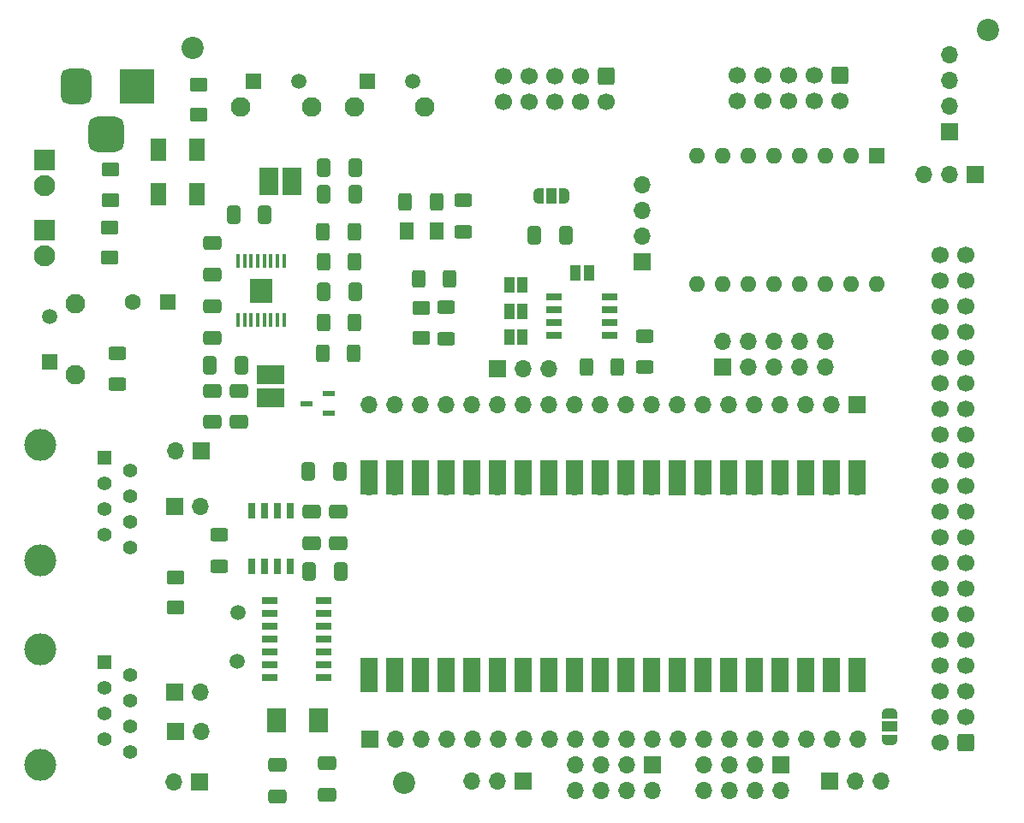
<source format=gts>
%TF.GenerationSoftware,KiCad,Pcbnew,8.0.5*%
%TF.CreationDate,2024-12-19T23:12:18-05:00*%
%TF.ProjectId,LCC-Pico-Stepper_v2_4,4c43432d-5069-4636-9f2d-537465707065,rev?*%
%TF.SameCoordinates,Original*%
%TF.FileFunction,Soldermask,Top*%
%TF.FilePolarity,Negative*%
%FSLAX46Y46*%
G04 Gerber Fmt 4.6, Leading zero omitted, Abs format (unit mm)*
G04 Created by KiCad (PCBNEW 8.0.5) date 2024-12-19 23:12:18*
%MOMM*%
%LPD*%
G01*
G04 APERTURE LIST*
G04 Aperture macros list*
%AMRoundRect*
0 Rectangle with rounded corners*
0 $1 Rounding radius*
0 $2 $3 $4 $5 $6 $7 $8 $9 X,Y pos of 4 corners*
0 Add a 4 corners polygon primitive as box body*
4,1,4,$2,$3,$4,$5,$6,$7,$8,$9,$2,$3,0*
0 Add four circle primitives for the rounded corners*
1,1,$1+$1,$2,$3*
1,1,$1+$1,$4,$5*
1,1,$1+$1,$6,$7*
1,1,$1+$1,$8,$9*
0 Add four rect primitives between the rounded corners*
20,1,$1+$1,$2,$3,$4,$5,0*
20,1,$1+$1,$4,$5,$6,$7,0*
20,1,$1+$1,$6,$7,$8,$9,0*
20,1,$1+$1,$8,$9,$2,$3,0*%
%AMFreePoly0*
4,1,19,0.550000,-0.750000,0.000000,-0.750000,0.000000,-0.744911,-0.071157,-0.744911,-0.207708,-0.704816,-0.327430,-0.627875,-0.420627,-0.520320,-0.479746,-0.390866,-0.500000,-0.250000,-0.500000,0.250000,-0.479746,0.390866,-0.420627,0.520320,-0.327430,0.627875,-0.207708,0.704816,-0.071157,0.744911,0.000000,0.744911,0.000000,0.750000,0.550000,0.750000,0.550000,-0.750000,0.550000,-0.750000,
$1*%
%AMFreePoly1*
4,1,19,0.000000,0.744911,0.071157,0.744911,0.207708,0.704816,0.327430,0.627875,0.420627,0.520320,0.479746,0.390866,0.500000,0.250000,0.500000,-0.250000,0.479746,-0.390866,0.420627,-0.520320,0.327430,-0.627875,0.207708,-0.704816,0.071157,-0.744911,0.000000,-0.744911,0.000000,-0.750000,-0.550000,-0.750000,-0.550000,0.750000,0.000000,0.750000,0.000000,0.744911,0.000000,0.744911,
$1*%
G04 Aperture macros list end*
%ADD10C,3.170000*%
%ADD11R,1.400000X1.400000*%
%ADD12C,1.400000*%
%ADD13RoundRect,0.250000X0.400000X0.625000X-0.400000X0.625000X-0.400000X-0.625000X0.400000X-0.625000X0*%
%ADD14R,1.700000X1.700000*%
%ADD15O,1.700000X1.700000*%
%ADD16R,1.150000X0.600000*%
%ADD17RoundRect,0.250001X0.624999X-0.462499X0.624999X0.462499X-0.624999X0.462499X-0.624999X-0.462499X0*%
%ADD18RoundRect,0.250000X-0.400000X-0.625000X0.400000X-0.625000X0.400000X0.625000X-0.400000X0.625000X0*%
%ADD19R,1.600000X1.600000*%
%ADD20O,1.600000X1.600000*%
%ADD21R,1.700000X3.500000*%
%ADD22FreePoly0,270.000000*%
%ADD23R,1.500000X1.000000*%
%ADD24FreePoly1,270.000000*%
%ADD25FreePoly0,180.000000*%
%ADD26R,1.000000X1.500000*%
%ADD27FreePoly1,180.000000*%
%ADD28RoundRect,0.250000X-0.412500X-0.650000X0.412500X-0.650000X0.412500X0.650000X-0.412500X0.650000X0*%
%ADD29R,0.700000X1.550000*%
%ADD30C,1.600000*%
%ADD31RoundRect,0.250000X0.625000X-0.400000X0.625000X0.400000X-0.625000X0.400000X-0.625000X-0.400000X0*%
%ADD32R,1.500000X1.500000*%
%ADD33C,1.500000*%
%ADD34C,1.950000*%
%ADD35R,2.800000X1.850000*%
%ADD36RoundRect,0.250000X0.412500X0.650000X-0.412500X0.650000X-0.412500X-0.650000X0.412500X-0.650000X0*%
%ADD37RoundRect,0.250000X-0.600000X0.600000X-0.600000X-0.600000X0.600000X-0.600000X0.600000X0.600000X0*%
%ADD38C,1.700000*%
%ADD39RoundRect,0.250000X0.650000X-0.412500X0.650000X0.412500X-0.650000X0.412500X-0.650000X-0.412500X0*%
%ADD40R,2.100000X2.100000*%
%ADD41C,2.100000*%
%ADD42RoundRect,0.250000X-0.625000X0.400000X-0.625000X-0.400000X0.625000X-0.400000X0.625000X0.400000X0*%
%ADD43R,1.500000X0.700000*%
%ADD44C,2.200000*%
%ADD45R,1.500000X0.650000*%
%ADD46RoundRect,0.250001X-0.624999X0.462499X-0.624999X-0.462499X0.624999X-0.462499X0.624999X0.462499X0*%
%ADD47R,1.900000X2.400000*%
%ADD48RoundRect,0.250000X-0.650000X0.412500X-0.650000X-0.412500X0.650000X-0.412500X0.650000X0.412500X0*%
%ADD49R,1.850000X2.800000*%
%ADD50R,1.600000X2.300000*%
%ADD51R,0.450000X1.475000*%
%ADD52R,2.310000X2.460000*%
%ADD53RoundRect,0.250000X0.600000X0.600000X-0.600000X0.600000X-0.600000X-0.600000X0.600000X-0.600000X0*%
%ADD54R,3.500000X3.500000*%
%ADD55RoundRect,0.750000X-0.750000X-1.000000X0.750000X-1.000000X0.750000X1.000000X-0.750000X1.000000X0*%
%ADD56RoundRect,0.875000X-0.875000X-0.875000X0.875000X-0.875000X0.875000X0.875000X-0.875000X0.875000X0*%
%ADD57RoundRect,0.250001X-0.462499X-0.624999X0.462499X-0.624999X0.462499X0.624999X-0.462499X0.624999X0*%
G04 APERTURE END LIST*
D10*
X104360000Y-113640000D03*
X104360000Y-125070000D03*
D11*
X110710000Y-114910000D03*
D12*
X113250000Y-116180000D03*
X110710000Y-117450000D03*
X113250000Y-118720000D03*
X110710000Y-119990000D03*
X113250000Y-121260000D03*
X110710000Y-122530000D03*
X113250000Y-123800000D03*
D13*
X135370000Y-84402000D03*
X132270000Y-84402000D03*
D10*
X104360000Y-93440000D03*
X104360000Y-104870000D03*
D11*
X110710000Y-94710000D03*
D12*
X113250000Y-95980000D03*
X110710000Y-97250000D03*
X113250000Y-98520000D03*
X110710000Y-99790000D03*
X113250000Y-101060000D03*
X110710000Y-102330000D03*
X113250000Y-103600000D03*
D14*
X117700000Y-121800000D03*
D15*
X120240000Y-121800000D03*
D16*
X132900000Y-90300000D03*
X132900000Y-88380000D03*
X130700000Y-89340000D03*
D17*
X120000000Y-60787500D03*
X120000000Y-57812500D03*
D18*
X132350000Y-75307000D03*
X135450000Y-75307000D03*
D19*
X187096400Y-64830800D03*
D20*
X184556400Y-64830800D03*
X182016400Y-64830800D03*
X179476400Y-64830800D03*
X176936400Y-64830800D03*
X174396400Y-64830800D03*
X171856400Y-64830800D03*
X169316400Y-64830800D03*
X169316400Y-77530800D03*
X171856400Y-77530800D03*
X174396400Y-77530800D03*
X176936400Y-77530800D03*
X179476400Y-77530800D03*
X182016400Y-77530800D03*
X184556400Y-77530800D03*
X187096400Y-77530800D03*
D14*
X185130601Y-89505095D03*
D15*
X182590601Y-89505095D03*
X180050601Y-89505095D03*
X177510601Y-89505095D03*
X174970601Y-89505095D03*
X172430601Y-89505095D03*
X169890601Y-89505095D03*
X167350601Y-89505095D03*
X164810601Y-89505095D03*
X162270601Y-89505095D03*
X159730601Y-89505095D03*
X157190601Y-89505095D03*
X154650601Y-89505095D03*
X152110601Y-89505095D03*
X149570601Y-89505095D03*
X147030601Y-89505095D03*
X144490601Y-89505095D03*
X141950601Y-89505095D03*
X139410601Y-89505095D03*
X136870601Y-89505095D03*
D14*
X196824600Y-66649600D03*
D15*
X194284600Y-66649600D03*
X191744600Y-66649600D03*
D13*
X135407500Y-72329500D03*
X132307500Y-72329500D03*
D14*
X171810600Y-85755400D03*
D15*
X171810600Y-83215400D03*
X174350600Y-85755400D03*
X174350600Y-83215400D03*
X176890600Y-85755400D03*
X176890600Y-83215400D03*
X179430600Y-85755400D03*
X179430600Y-83215400D03*
X181970600Y-85755400D03*
X181970600Y-83215400D03*
D14*
X194300000Y-62423200D03*
D15*
X194300000Y-59883200D03*
X194300000Y-57343200D03*
X194300000Y-54803200D03*
D14*
X163830000Y-75285600D03*
D15*
X163830000Y-72745600D03*
X163830000Y-70205600D03*
X163830000Y-67665600D03*
X136855200Y-115337150D03*
D21*
X136855200Y-116237150D03*
D15*
X139395200Y-115337150D03*
D21*
X139395200Y-116237150D03*
D14*
X141935200Y-115337150D03*
D21*
X141935200Y-116237150D03*
D15*
X144475200Y-115337150D03*
D21*
X144475200Y-116237150D03*
D15*
X147015200Y-115337150D03*
D21*
X147015200Y-116237150D03*
D15*
X149555200Y-115337150D03*
D21*
X149555200Y-116237150D03*
D15*
X152095200Y-115337150D03*
D21*
X152095200Y-116237150D03*
D14*
X154635200Y-115337150D03*
D21*
X154635200Y-116237150D03*
D15*
X157175200Y-115337150D03*
D21*
X157175200Y-116237150D03*
D15*
X159715200Y-115337150D03*
D21*
X159715200Y-116237150D03*
D15*
X162255200Y-115337150D03*
D21*
X162255200Y-116237150D03*
D15*
X164795200Y-115337150D03*
D21*
X164795200Y-116237150D03*
D14*
X167335200Y-115337150D03*
D21*
X167335200Y-116237150D03*
D15*
X169875200Y-115337150D03*
D21*
X169875200Y-116237150D03*
D15*
X172415200Y-115337150D03*
D21*
X172415200Y-116237150D03*
D15*
X174955200Y-115337150D03*
D21*
X174955200Y-116237150D03*
D15*
X177495200Y-115337150D03*
D21*
X177495200Y-116237150D03*
D14*
X180035200Y-115337150D03*
D21*
X180035200Y-116237150D03*
D15*
X182575200Y-115337150D03*
D21*
X182575200Y-116237150D03*
D15*
X185115200Y-115337150D03*
D21*
X185115200Y-116237150D03*
D15*
X185115200Y-97557150D03*
D21*
X185115200Y-96657150D03*
D15*
X182575200Y-97557150D03*
D21*
X182575200Y-96657150D03*
D14*
X180035200Y-97557150D03*
D21*
X180035200Y-96657150D03*
D15*
X177495200Y-97557150D03*
D21*
X177495200Y-96657150D03*
D15*
X174955200Y-97557150D03*
D21*
X174955200Y-96657150D03*
D15*
X172415200Y-97557150D03*
D21*
X172415200Y-96657150D03*
D15*
X169875200Y-97557150D03*
D21*
X169875200Y-96657150D03*
D14*
X167335200Y-97557150D03*
D21*
X167335200Y-96657150D03*
D15*
X164795200Y-97557150D03*
D21*
X164795200Y-96657150D03*
D15*
X162255200Y-97557150D03*
D21*
X162255200Y-96657150D03*
D15*
X159715200Y-97557150D03*
D21*
X159715200Y-96657150D03*
D15*
X157175200Y-97557150D03*
D21*
X157175200Y-96657150D03*
D14*
X154635200Y-97557150D03*
D21*
X154635200Y-96657150D03*
D15*
X152095200Y-97557150D03*
D21*
X152095200Y-96657150D03*
D15*
X149555200Y-97557150D03*
D21*
X149555200Y-96657150D03*
D15*
X147015200Y-97557150D03*
D21*
X147015200Y-96657150D03*
D15*
X144475200Y-97557150D03*
D21*
X144475200Y-96657150D03*
D14*
X141935200Y-97557150D03*
D21*
X141935200Y-96657150D03*
D15*
X139395200Y-97557150D03*
D21*
X139395200Y-96657150D03*
D15*
X136855200Y-97557150D03*
D21*
X136855200Y-96657150D03*
D22*
X188341000Y-120031200D03*
D23*
X188341000Y-121331200D03*
D24*
X188341000Y-122631200D03*
D25*
X156200000Y-68800000D03*
D26*
X154900000Y-68800000D03*
D27*
X153600000Y-68800000D03*
D28*
X130837500Y-96100000D03*
X133962500Y-96100000D03*
D18*
X132350000Y-81307000D03*
X135450000Y-81307000D03*
D29*
X125295000Y-105425000D03*
X126565000Y-105425000D03*
X127835000Y-105425000D03*
X129105000Y-105425000D03*
X129105000Y-99975000D03*
X127835000Y-99975000D03*
X126565000Y-99975000D03*
X125295000Y-99975000D03*
D14*
X117660000Y-99500000D03*
D15*
X120200000Y-99500000D03*
D28*
X132337500Y-65985000D03*
X135462500Y-65985000D03*
D19*
X116952651Y-79300000D03*
D30*
X113452651Y-79300000D03*
D31*
X122000000Y-105450000D03*
X122000000Y-102350000D03*
D13*
X144850000Y-77000000D03*
X141750000Y-77000000D03*
D32*
X136650000Y-57475000D03*
D33*
X141150000Y-57475000D03*
D34*
X135400000Y-59975000D03*
X142400000Y-59975000D03*
D17*
X142000000Y-82887500D03*
X142000000Y-79912500D03*
D14*
X164846000Y-125090750D03*
D15*
X164846000Y-127630750D03*
X162306000Y-125090750D03*
X162306000Y-127630750D03*
X159766000Y-125090750D03*
X159766000Y-127630750D03*
X157226000Y-125090750D03*
X157226000Y-127630750D03*
D31*
X146150000Y-72350000D03*
X146150000Y-69250000D03*
D35*
X127128500Y-88787000D03*
X127128500Y-86487000D03*
D36*
X124212500Y-85562000D03*
X121087500Y-85562000D03*
D37*
X183388000Y-56896000D03*
D38*
X183388000Y-59436000D03*
X180848000Y-56896000D03*
X180848000Y-59436000D03*
X178308000Y-56896000D03*
X178308000Y-59436000D03*
X175768000Y-56896000D03*
X175768000Y-59436000D03*
X173228000Y-56896000D03*
X173228000Y-59436000D03*
D32*
X105275000Y-85250000D03*
D33*
X105275000Y-80750000D03*
D34*
X107775000Y-86500000D03*
X107775000Y-79500000D03*
D18*
X140450000Y-69400000D03*
X143550000Y-69400000D03*
D39*
X133800000Y-103162500D03*
X133800000Y-100037500D03*
D28*
X123437500Y-70700000D03*
X126562500Y-70700000D03*
D40*
X104800000Y-65230000D03*
D41*
X104800000Y-67770000D03*
D42*
X144500000Y-79850000D03*
X144500000Y-82950000D03*
D43*
X155175000Y-78795000D03*
X155175000Y-80065000D03*
X155175000Y-81335000D03*
X155175000Y-82605000D03*
X160625000Y-82605000D03*
X160625000Y-81335000D03*
X160625000Y-80065000D03*
X160625000Y-78795000D03*
D14*
X152131000Y-126746000D03*
D15*
X149591000Y-126746000D03*
X147051000Y-126746000D03*
D39*
X121320000Y-76624500D03*
X121320000Y-73499500D03*
D44*
X198100000Y-52400000D03*
D37*
X160324800Y-56946800D03*
D38*
X160324800Y-59486800D03*
X157784800Y-56946800D03*
X157784800Y-59486800D03*
X155244800Y-56946800D03*
X155244800Y-59486800D03*
X152704800Y-56946800D03*
X152704800Y-59486800D03*
X150164800Y-56946800D03*
X150164800Y-59486800D03*
D28*
X132367500Y-78307000D03*
X135492500Y-78307000D03*
D45*
X127000000Y-108890000D03*
X127000000Y-110160000D03*
X127000000Y-111430000D03*
X127000000Y-112700000D03*
X127000000Y-113970000D03*
X127000000Y-115240000D03*
X127000000Y-116510000D03*
X132400000Y-116510000D03*
X132400000Y-115240000D03*
X132400000Y-113970000D03*
X132400000Y-112700000D03*
X132400000Y-111430000D03*
X132400000Y-110160000D03*
X132400000Y-108890000D03*
D46*
X111200000Y-71912500D03*
X111200000Y-74887500D03*
D47*
X131850000Y-120700000D03*
X127750000Y-120700000D03*
D48*
X132700000Y-124937500D03*
X132700000Y-128062500D03*
D26*
X152000000Y-77600000D03*
X150700000Y-77600000D03*
D36*
X134062500Y-106000000D03*
X130937500Y-106000000D03*
D49*
X126950000Y-67400000D03*
X129250000Y-67400000D03*
D26*
X152000000Y-82800000D03*
X150700000Y-82800000D03*
D48*
X123993500Y-88074500D03*
X123993500Y-91199500D03*
D40*
X104800000Y-72212500D03*
D41*
X104800000Y-74752500D03*
D14*
X120300000Y-94000000D03*
D15*
X117760000Y-94000000D03*
D14*
X136906000Y-122550750D03*
D15*
X139446000Y-122550750D03*
X141986000Y-122550750D03*
X144526000Y-122550750D03*
X147066000Y-122550750D03*
X149606000Y-122550750D03*
X152146000Y-122550750D03*
X154686000Y-122550750D03*
X157226000Y-122550750D03*
X159766000Y-122550750D03*
X162306000Y-122550750D03*
X164846000Y-122550750D03*
X167386000Y-122550750D03*
X169926000Y-122550750D03*
X172466000Y-122550750D03*
X175006000Y-122550750D03*
X177546000Y-122550750D03*
X180086000Y-122550750D03*
X182626000Y-122550750D03*
X185166000Y-122550750D03*
D17*
X117700000Y-109500000D03*
X117700000Y-106525000D03*
D36*
X156362500Y-72700000D03*
X153237500Y-72700000D03*
D33*
X123900000Y-110000000D03*
D14*
X182372000Y-126746000D03*
D15*
X184912000Y-126746000D03*
X187452000Y-126746000D03*
D48*
X121320000Y-79699500D03*
X121320000Y-82824500D03*
D50*
X116000000Y-68600000D03*
X116000000Y-64200000D03*
D51*
X123900000Y-81100000D03*
X124550000Y-81100000D03*
X125200000Y-81100000D03*
X125850000Y-81100000D03*
X126500000Y-81100000D03*
X127150000Y-81100000D03*
X127800000Y-81100000D03*
X128450000Y-81100000D03*
X128450000Y-75224000D03*
X127800000Y-75224000D03*
X127150000Y-75224000D03*
X126500000Y-75224000D03*
X125850000Y-75224000D03*
X125200000Y-75224000D03*
X124550000Y-75224000D03*
X123900000Y-75224000D03*
D52*
X126175000Y-78162000D03*
D48*
X121328500Y-88074500D03*
X121328500Y-91199500D03*
D14*
X149560000Y-85900000D03*
D15*
X152100000Y-85900000D03*
X154640000Y-85900000D03*
D44*
X119400000Y-54200000D03*
D53*
X195834000Y-122936000D03*
D38*
X193294000Y-122936000D03*
X195834000Y-120396000D03*
X193294000Y-120396000D03*
X195834000Y-117856000D03*
X193294000Y-117856000D03*
X195834000Y-115316000D03*
X193294000Y-115316000D03*
X195834000Y-112776000D03*
X193294000Y-112776000D03*
X195834000Y-110236000D03*
X193294000Y-110236000D03*
X195834000Y-107696000D03*
X193294000Y-107696000D03*
X195834000Y-105156000D03*
X193294000Y-105156000D03*
X195834000Y-102616000D03*
X193294000Y-102616000D03*
X195834000Y-100076000D03*
X193294000Y-100076000D03*
X195834000Y-97536000D03*
X193294000Y-97536000D03*
X195834000Y-94996000D03*
X193294000Y-94996000D03*
X195834000Y-92456000D03*
X193294000Y-92456000D03*
X195834000Y-89916000D03*
X193294000Y-89916000D03*
X195834000Y-87376000D03*
X193294000Y-87376000D03*
X195834000Y-84836000D03*
X193294000Y-84836000D03*
X195834000Y-82296000D03*
X193294000Y-82296000D03*
X195834000Y-79756000D03*
X193294000Y-79756000D03*
X195834000Y-77216000D03*
X193294000Y-77216000D03*
X195834000Y-74676000D03*
X193294000Y-74676000D03*
D50*
X119850000Y-68637000D03*
X119850000Y-64237000D03*
D39*
X131200000Y-103162500D03*
X131200000Y-100037500D03*
D54*
X113900000Y-58000000D03*
D55*
X107900000Y-58000000D03*
D56*
X110900000Y-62700000D03*
D28*
X132337500Y-68600000D03*
X135462500Y-68600000D03*
D57*
X140575000Y-72300000D03*
X143550000Y-72300000D03*
D26*
X158600000Y-76400000D03*
X157300000Y-76400000D03*
D42*
X112000000Y-84350000D03*
X112000000Y-87450000D03*
D32*
X125400000Y-57500000D03*
D33*
X129900000Y-57500000D03*
D34*
X124150000Y-60000000D03*
X131150000Y-60000000D03*
D14*
X177546000Y-125090750D03*
D15*
X177546000Y-127630750D03*
X175006000Y-125090750D03*
X175006000Y-127630750D03*
X172466000Y-125090750D03*
X172466000Y-127630750D03*
X169926000Y-125090750D03*
X169926000Y-127630750D03*
D44*
X140300000Y-126900000D03*
D48*
X127800000Y-125137500D03*
X127800000Y-128262500D03*
D17*
X111300000Y-69187500D03*
X111300000Y-66212500D03*
D18*
X158350000Y-85700000D03*
X161450000Y-85700000D03*
D14*
X120100000Y-126800000D03*
D15*
X117560000Y-126800000D03*
D33*
X123800000Y-114900000D03*
D26*
X152000000Y-80200000D03*
X150700000Y-80200000D03*
D42*
X164100000Y-82650000D03*
X164100000Y-85750000D03*
D14*
X117660000Y-117900000D03*
D15*
X120200000Y-117900000D03*
M02*

</source>
